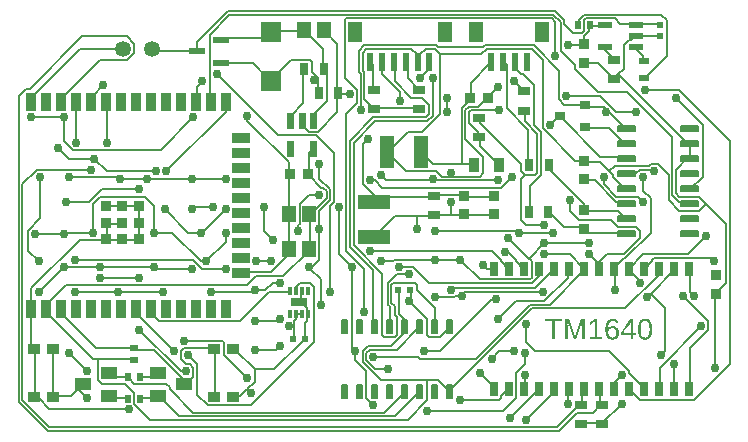
<source format=gbr>
G04 EAGLE Gerber RS-274X export*
G75*
%MOMM*%
%FSLAX34Y34*%
%LPD*%
%INTop Copper*%
%IPPOS*%
%AMOC8*
5,1,8,0,0,1.08239X$1,22.5*%
G01*
G04 Define Apertures*
%ADD10R,1.000000X0.900000*%
%ADD11R,0.560000X0.629100*%
%ADD12R,1.164600X2.715300*%
%ADD13R,0.970200X0.920900*%
%ADD14R,2.715300X1.164600*%
%ADD15R,1.164600X1.465300*%
%ADD16R,0.920900X0.970200*%
%ADD17R,0.629100X0.560000*%
%ADD18R,1.700000X1.800000*%
%ADD19R,0.911800X0.611800*%
%ADD20R,0.600000X1.550000*%
%ADD21R,1.200000X1.800000*%
%ADD22C,1.348000*%
%ADD23R,0.875700X1.210300*%
%ADD24R,0.900000X0.800000*%
%ADD25R,0.973900X0.798700*%
%ADD26R,0.798700X0.973900*%
%ADD27R,0.644000X0.535100*%
%ADD28R,0.535100X0.644000*%
%ADD29R,0.300000X0.700000*%
%ADD30R,1.380000X0.800000*%
%ADD31R,0.635000X1.270000*%
%ADD32R,1.320800X0.558800*%
%ADD33C,0.155000*%
%ADD34C,0.090000*%
%ADD35R,1.200000X0.550000*%
%ADD36C,0.147500*%
%ADD37R,1.400000X1.000000*%
%ADD38R,0.900000X1.500000*%
%ADD39R,1.500000X0.900000*%
%ADD40R,0.900000X0.900000*%
%ADD41C,0.152400*%
%ADD42C,0.756400*%
G36*
X1004265Y215655D02*
X1003899Y215664D01*
X1003543Y215690D01*
X1003200Y215734D01*
X1002868Y215797D01*
X1002547Y215876D01*
X1002238Y215974D01*
X1001941Y216089D01*
X1001655Y216222D01*
X1001381Y216373D01*
X1001119Y216541D01*
X1000868Y216727D01*
X1000629Y216931D01*
X1000401Y217153D01*
X1000185Y217392D01*
X999980Y217649D01*
X999788Y217924D01*
X999606Y218216D01*
X999437Y218524D01*
X999279Y218849D01*
X999133Y219189D01*
X998998Y219546D01*
X998875Y219920D01*
X998764Y220309D01*
X998665Y220715D01*
X998577Y221137D01*
X998501Y221576D01*
X998437Y222031D01*
X998384Y222502D01*
X998343Y222989D01*
X998314Y223493D01*
X998297Y224013D01*
X998291Y224549D01*
X998314Y225627D01*
X998342Y226140D01*
X998382Y226636D01*
X998433Y227114D01*
X998495Y227575D01*
X998569Y228018D01*
X998654Y228444D01*
X998751Y228852D01*
X998859Y229243D01*
X998978Y229617D01*
X999109Y229973D01*
X999251Y230312D01*
X999404Y230633D01*
X999569Y230937D01*
X999745Y231223D01*
X999933Y231492D01*
X1000134Y231743D01*
X1000349Y231977D01*
X1000577Y232194D01*
X1000818Y232394D01*
X1001072Y232576D01*
X1001340Y232741D01*
X1001620Y232888D01*
X1001914Y233018D01*
X1002221Y233131D01*
X1002541Y233226D01*
X1002874Y233305D01*
X1003221Y233365D01*
X1003580Y233409D01*
X1003953Y233435D01*
X1004339Y233443D01*
X1004715Y233435D01*
X1005078Y233408D01*
X1005428Y233364D01*
X1005766Y233303D01*
X1006092Y233224D01*
X1006405Y233128D01*
X1006705Y233014D01*
X1006993Y232882D01*
X1007269Y232733D01*
X1007532Y232566D01*
X1007783Y232382D01*
X1008021Y232180D01*
X1008246Y231961D01*
X1008459Y231724D01*
X1008660Y231470D01*
X1008847Y231198D01*
X1009024Y230909D01*
X1009188Y230603D01*
X1009342Y230280D01*
X1009484Y229941D01*
X1009614Y229584D01*
X1009733Y229211D01*
X1009841Y228821D01*
X1009938Y228413D01*
X1010023Y227989D01*
X1010097Y227549D01*
X1010159Y227091D01*
X1010210Y226616D01*
X1010279Y225616D01*
X1010301Y224549D01*
X1010295Y224016D01*
X1010277Y223498D01*
X1010248Y222997D01*
X1010206Y222512D01*
X1010152Y222042D01*
X1010086Y221589D01*
X1010009Y221152D01*
X1009919Y220731D01*
X1009818Y220325D01*
X1009705Y219936D01*
X1009579Y219563D01*
X1009442Y219205D01*
X1009293Y218864D01*
X1009132Y218539D01*
X1008959Y218230D01*
X1008774Y217936D01*
X1008577Y217660D01*
X1008369Y217402D01*
X1008150Y217161D01*
X1007919Y216938D01*
X1007677Y216733D01*
X1007424Y216546D01*
X1007159Y216377D01*
X1006883Y216225D01*
X1006596Y216091D01*
X1006297Y215976D01*
X1005987Y215878D01*
X1005665Y215797D01*
X1005332Y215735D01*
X1004988Y215690D01*
X1004632Y215664D01*
X1004265Y215655D01*
G37*
%LPC*%
G36*
X1004290Y217458D02*
X1004530Y217465D01*
X1004761Y217485D01*
X1004985Y217519D01*
X1005200Y217567D01*
X1005407Y217628D01*
X1005606Y217703D01*
X1005797Y217791D01*
X1005980Y217894D01*
X1006321Y218139D01*
X1006629Y218438D01*
X1006905Y218792D01*
X1007148Y219200D01*
X1007361Y219665D01*
X1007546Y220188D01*
X1007702Y220769D01*
X1007829Y221408D01*
X1007929Y222106D01*
X1007999Y222862D01*
X1008042Y223676D01*
X1008056Y224549D01*
X1008043Y225452D01*
X1008002Y226291D01*
X1007935Y227065D01*
X1007840Y227775D01*
X1007718Y228421D01*
X1007570Y229002D01*
X1007394Y229519D01*
X1007191Y229971D01*
X1006958Y230365D01*
X1006689Y230707D01*
X1006385Y230996D01*
X1006046Y231232D01*
X1005672Y231416D01*
X1005471Y231488D01*
X1005263Y231547D01*
X1005045Y231593D01*
X1004818Y231626D01*
X1004583Y231646D01*
X1004339Y231652D01*
X1004089Y231646D01*
X1003848Y231626D01*
X1003616Y231594D01*
X1003392Y231549D01*
X1003178Y231490D01*
X1002973Y231419D01*
X1002589Y231238D01*
X1002241Y231005D01*
X1001929Y230721D01*
X1001653Y230384D01*
X1001413Y229996D01*
X1001205Y229549D01*
X1001024Y229034D01*
X1000871Y228454D01*
X1000746Y227806D01*
X1000649Y227092D01*
X1000579Y226311D01*
X1000538Y225463D01*
X1000524Y224549D01*
X1000538Y223660D01*
X1000580Y222832D01*
X1000650Y222066D01*
X1000749Y221362D01*
X1000876Y220720D01*
X1001031Y220139D01*
X1001214Y219620D01*
X1001425Y219163D01*
X1001667Y218764D01*
X1001942Y218417D01*
X1002251Y218124D01*
X1002592Y217884D01*
X1002967Y217698D01*
X1003167Y217625D01*
X1003375Y217565D01*
X1003591Y217518D01*
X1003816Y217485D01*
X1004049Y217465D01*
X1004290Y217458D01*
G37*
%LPD*%
G36*
X976659Y215655D02*
X976299Y215663D01*
X975951Y215689D01*
X975612Y215731D01*
X975285Y215790D01*
X974968Y215867D01*
X974662Y215960D01*
X974367Y216070D01*
X974083Y216198D01*
X973809Y216342D01*
X973546Y216503D01*
X973294Y216681D01*
X973052Y216876D01*
X972822Y217088D01*
X972601Y217317D01*
X972392Y217563D01*
X972194Y217826D01*
X972006Y218105D01*
X971831Y218400D01*
X971668Y218710D01*
X971517Y219035D01*
X971378Y219376D01*
X971252Y219732D01*
X971137Y220104D01*
X971034Y220491D01*
X970944Y220894D01*
X970865Y221312D01*
X970799Y221745D01*
X970744Y222194D01*
X970702Y222659D01*
X970672Y223138D01*
X970654Y223634D01*
X970648Y224144D01*
X970654Y224697D01*
X970673Y225234D01*
X970704Y225755D01*
X970748Y226259D01*
X970805Y226747D01*
X970874Y227218D01*
X970955Y227674D01*
X971050Y228113D01*
X971156Y228536D01*
X971276Y228942D01*
X971407Y229332D01*
X971552Y229706D01*
X971709Y230064D01*
X971878Y230405D01*
X972060Y230730D01*
X972255Y231039D01*
X972461Y231330D01*
X972678Y231602D01*
X972905Y231856D01*
X973144Y232091D01*
X973392Y232307D01*
X973652Y232504D01*
X973922Y232683D01*
X974202Y232842D01*
X974494Y232983D01*
X974796Y233105D01*
X975108Y233209D01*
X975432Y233293D01*
X975765Y233359D01*
X976110Y233406D01*
X976465Y233434D01*
X976831Y233443D01*
X977309Y233430D01*
X977764Y233388D01*
X978197Y233320D01*
X978607Y233223D01*
X978994Y233099D01*
X979359Y232948D01*
X979701Y232769D01*
X980021Y232563D01*
X980317Y232329D01*
X980592Y232068D01*
X980843Y231779D01*
X981073Y231463D01*
X981279Y231119D01*
X981463Y230748D01*
X981624Y230349D01*
X981763Y229922D01*
X979653Y229542D01*
X979565Y229798D01*
X979466Y230037D01*
X979354Y230259D01*
X979231Y230465D01*
X979095Y230655D01*
X978947Y230828D01*
X978788Y230985D01*
X978616Y231125D01*
X978432Y231248D01*
X978236Y231355D01*
X978028Y231446D01*
X977808Y231520D01*
X977575Y231578D01*
X977331Y231619D01*
X977075Y231644D01*
X976806Y231652D01*
X976573Y231645D01*
X976347Y231625D01*
X976128Y231590D01*
X975915Y231542D01*
X975709Y231480D01*
X975509Y231405D01*
X975130Y231212D01*
X974778Y230965D01*
X974452Y230662D01*
X974153Y230304D01*
X973880Y229892D01*
X973637Y229427D01*
X973427Y228913D01*
X973249Y228350D01*
X973103Y227737D01*
X972990Y227075D01*
X972909Y226364D01*
X972860Y225604D01*
X972844Y224794D01*
X973002Y225065D01*
X973175Y225319D01*
X973364Y225557D01*
X973568Y225777D01*
X973787Y225981D01*
X974021Y226169D01*
X974271Y226339D01*
X974537Y226493D01*
X974815Y226630D01*
X975103Y226748D01*
X975400Y226849D01*
X975708Y226931D01*
X976026Y226994D01*
X976354Y227040D01*
X976692Y227067D01*
X977039Y227076D01*
X977622Y227053D01*
X978174Y226983D01*
X978695Y226866D01*
X979185Y226702D01*
X979644Y226492D01*
X980072Y226234D01*
X980470Y225930D01*
X980836Y225580D01*
X981166Y225189D01*
X981451Y224767D01*
X981692Y224312D01*
X981890Y223825D01*
X982044Y223306D01*
X982153Y222755D01*
X982219Y222171D01*
X982241Y221556D01*
X982218Y220890D01*
X982148Y220260D01*
X982032Y219666D01*
X981870Y219108D01*
X981661Y218586D01*
X981406Y218101D01*
X981105Y217651D01*
X980757Y217237D01*
X980368Y216866D01*
X979944Y216545D01*
X979485Y216273D01*
X978990Y216050D01*
X978460Y215877D01*
X978182Y215809D01*
X977895Y215754D01*
X977599Y215710D01*
X977295Y215679D01*
X976981Y215661D01*
X976659Y215655D01*
G37*
%LPC*%
G36*
X976585Y217434D02*
X976973Y217450D01*
X977340Y217501D01*
X977685Y217584D01*
X978009Y217702D01*
X978311Y217853D01*
X978591Y218037D01*
X978850Y218255D01*
X979088Y218507D01*
X979301Y218788D01*
X979485Y219094D01*
X979641Y219425D01*
X979769Y219781D01*
X979868Y220163D01*
X979939Y220569D01*
X979982Y221001D01*
X979996Y221457D01*
X979982Y221913D01*
X979939Y222342D01*
X979867Y222744D01*
X979766Y223120D01*
X979637Y223468D01*
X979478Y223790D01*
X979292Y224085D01*
X979076Y224353D01*
X978835Y224591D01*
X978571Y224798D01*
X978284Y224973D01*
X977975Y225116D01*
X977643Y225228D01*
X977289Y225307D01*
X976912Y225355D01*
X976512Y225371D01*
X976135Y225357D01*
X975776Y225315D01*
X975436Y225244D01*
X975115Y225146D01*
X974812Y225019D01*
X974528Y224864D01*
X974262Y224681D01*
X974015Y224469D01*
X973793Y224233D01*
X973599Y223976D01*
X973436Y223697D01*
X973302Y223397D01*
X973198Y223076D01*
X973124Y222734D01*
X973079Y222370D01*
X973065Y221985D01*
X973080Y221496D01*
X973126Y221030D01*
X973203Y220587D01*
X973311Y220166D01*
X973450Y219768D01*
X973620Y219393D01*
X973821Y219040D01*
X974052Y218709D01*
X974308Y218410D01*
X974581Y218151D01*
X974871Y217932D01*
X975179Y217752D01*
X975505Y217613D01*
X975847Y217513D01*
X976208Y217453D01*
X976585Y217434D01*
G37*
%LPD*%
G36*
X938612Y215900D02*
X936527Y215900D01*
X936527Y233186D01*
X939606Y233186D01*
X944206Y221200D01*
X944447Y220450D01*
X944679Y219648D01*
X944867Y218935D01*
X944979Y218452D01*
X945131Y219070D01*
X945390Y219942D01*
X945653Y220757D01*
X945814Y221200D01*
X950328Y233186D01*
X953334Y233186D01*
X953334Y215900D01*
X951224Y215900D01*
X951224Y227432D01*
X951231Y228380D01*
X951251Y229309D01*
X951286Y230220D01*
X951334Y231112D01*
X951041Y230074D01*
X950764Y229156D01*
X950502Y228357D01*
X950255Y227677D01*
X945789Y215900D01*
X944145Y215900D01*
X939618Y227677D01*
X938931Y229763D01*
X938526Y231112D01*
X938563Y229751D01*
X938612Y227432D01*
X938612Y215900D01*
G37*
G36*
X994149Y215900D02*
X992063Y215900D01*
X992063Y219814D01*
X983917Y219814D01*
X983917Y221531D01*
X991830Y233186D01*
X994149Y233186D01*
X994149Y221556D01*
X996578Y221556D01*
X996578Y219814D01*
X994149Y219814D01*
X994149Y215900D01*
G37*
%LPC*%
G36*
X992063Y221556D02*
X992063Y230695D01*
X991720Y230045D01*
X991441Y229554D01*
X991241Y229235D01*
X986812Y222709D01*
X986150Y221801D01*
X985954Y221556D01*
X992063Y221556D01*
G37*
%LPD*%
G36*
X927955Y215900D02*
X925624Y215900D01*
X925624Y231272D01*
X919686Y231272D01*
X919686Y233186D01*
X933893Y233186D01*
X933893Y231272D01*
X927955Y231272D01*
X927955Y215900D01*
G37*
G36*
X968150Y215900D02*
X957317Y215900D01*
X957317Y217777D01*
X961721Y217777D01*
X961721Y231076D01*
X957820Y228291D01*
X957820Y230376D01*
X961905Y233186D01*
X963942Y233186D01*
X963942Y217777D01*
X968150Y217777D01*
X968150Y215900D01*
G37*
D10*
X639700Y208060D03*
X655700Y208060D03*
X655700Y167060D03*
X639700Y167060D03*
D11*
X805076Y258045D03*
X795384Y258045D03*
D12*
X814854Y374550D03*
X785346Y374550D03*
D13*
X952500Y367116D03*
X952500Y351624D03*
X952500Y309754D03*
X952500Y325246D03*
D14*
X774700Y332254D03*
X774700Y302746D03*
D13*
X876300Y337121D03*
X876300Y321629D03*
X850900Y337121D03*
X850900Y321629D03*
X1064489Y270097D03*
X1064489Y254605D03*
D15*
X715146Y477714D03*
X732654Y477714D03*
X719954Y292100D03*
X702446Y292100D03*
D16*
X718946Y355600D03*
X703454Y355600D03*
D15*
X719954Y321904D03*
X702446Y321904D03*
D13*
X952500Y465646D03*
X952500Y450154D03*
D17*
X1016506Y482240D03*
X1016506Y472548D03*
D11*
X706354Y215900D03*
X716046Y215900D03*
D16*
X855854Y420652D03*
X871346Y420652D03*
D18*
X687188Y476040D03*
X687188Y435040D03*
D19*
X1003300Y452000D03*
X1003300Y437000D03*
D20*
X791740Y450790D03*
X781740Y450790D03*
X771740Y450790D03*
X801740Y450790D03*
X811740Y450790D03*
X821740Y450790D03*
D21*
X758740Y476040D03*
X834740Y476040D03*
D20*
X874000Y450790D03*
X884000Y450790D03*
X894000Y450790D03*
X904000Y450790D03*
D21*
X861000Y476040D03*
X917000Y476040D03*
D22*
X586900Y461900D03*
X561900Y461900D03*
D23*
X859277Y363387D03*
X880623Y363387D03*
D24*
X953570Y395340D03*
X953570Y414340D03*
X932570Y404840D03*
D25*
X901700Y409594D03*
X901700Y425898D03*
X825500Y321223D03*
X825500Y337527D03*
D26*
X922552Y363387D03*
X906248Y363387D03*
X922137Y323850D03*
X905833Y323850D03*
D27*
X571500Y198125D03*
X571500Y208275D03*
D25*
X950171Y160552D03*
X950171Y144248D03*
X967530Y144248D03*
X967530Y160552D03*
D26*
X744132Y424300D03*
X727828Y424300D03*
X715748Y444500D03*
X732052Y444500D03*
D28*
X947425Y481820D03*
X957575Y481820D03*
D25*
X977900Y436348D03*
X977900Y452652D03*
D28*
X576525Y184150D03*
X566375Y184150D03*
X576525Y165780D03*
X566375Y165780D03*
D25*
X863600Y387318D03*
X863600Y403622D03*
D10*
X503300Y167060D03*
X487300Y167060D03*
X487300Y208060D03*
X503300Y208060D03*
D29*
X703700Y237250D03*
X708700Y237250D03*
X713700Y237250D03*
X718700Y237250D03*
X718700Y257050D03*
X713700Y257050D03*
X708700Y257050D03*
X703700Y257050D03*
D30*
X711200Y247150D03*
D31*
X1041400Y173990D03*
X1041400Y275590D03*
X1028700Y275590D03*
X1016000Y275590D03*
X1003300Y275590D03*
X990600Y275590D03*
X977900Y275590D03*
X965200Y275590D03*
X952500Y275590D03*
X939800Y275590D03*
X927100Y275590D03*
X914400Y275590D03*
X901700Y275590D03*
X889000Y275590D03*
X876300Y275590D03*
X876300Y173990D03*
X889000Y173990D03*
X901700Y173990D03*
X914400Y173990D03*
X927100Y173990D03*
X939800Y173990D03*
X952500Y173990D03*
X965200Y173990D03*
X977900Y173990D03*
X990600Y173990D03*
X1003300Y173990D03*
X1016000Y173990D03*
X1028700Y173990D03*
D32*
X645160Y450242D03*
X645160Y469546D03*
X624840Y459894D03*
D33*
X836435Y232665D02*
X836435Y221115D01*
X836435Y232665D02*
X841085Y232665D01*
X841085Y221115D01*
X836435Y221115D01*
X836435Y222587D02*
X841085Y222587D01*
X841085Y224059D02*
X836435Y224059D01*
X836435Y225531D02*
X841085Y225531D01*
X841085Y227003D02*
X836435Y227003D01*
X836435Y228475D02*
X841085Y228475D01*
X841085Y229947D02*
X836435Y229947D01*
X836435Y231419D02*
X841085Y231419D01*
X823735Y232665D02*
X823735Y221115D01*
X823735Y232665D02*
X828385Y232665D01*
X828385Y221115D01*
X823735Y221115D01*
X823735Y222587D02*
X828385Y222587D01*
X828385Y224059D02*
X823735Y224059D01*
X823735Y225531D02*
X828385Y225531D01*
X828385Y227003D02*
X823735Y227003D01*
X823735Y228475D02*
X828385Y228475D01*
X828385Y229947D02*
X823735Y229947D01*
X823735Y231419D02*
X828385Y231419D01*
X811035Y232665D02*
X811035Y221115D01*
X811035Y232665D02*
X815685Y232665D01*
X815685Y221115D01*
X811035Y221115D01*
X811035Y222587D02*
X815685Y222587D01*
X815685Y224059D02*
X811035Y224059D01*
X811035Y225531D02*
X815685Y225531D01*
X815685Y227003D02*
X811035Y227003D01*
X811035Y228475D02*
X815685Y228475D01*
X815685Y229947D02*
X811035Y229947D01*
X811035Y231419D02*
X815685Y231419D01*
X798335Y232665D02*
X798335Y221115D01*
X798335Y232665D02*
X802985Y232665D01*
X802985Y221115D01*
X798335Y221115D01*
X798335Y222587D02*
X802985Y222587D01*
X802985Y224059D02*
X798335Y224059D01*
X798335Y225531D02*
X802985Y225531D01*
X802985Y227003D02*
X798335Y227003D01*
X798335Y228475D02*
X802985Y228475D01*
X802985Y229947D02*
X798335Y229947D01*
X798335Y231419D02*
X802985Y231419D01*
X785635Y232665D02*
X785635Y221115D01*
X785635Y232665D02*
X790285Y232665D01*
X790285Y221115D01*
X785635Y221115D01*
X785635Y222587D02*
X790285Y222587D01*
X790285Y224059D02*
X785635Y224059D01*
X785635Y225531D02*
X790285Y225531D01*
X790285Y227003D02*
X785635Y227003D01*
X785635Y228475D02*
X790285Y228475D01*
X790285Y229947D02*
X785635Y229947D01*
X785635Y231419D02*
X790285Y231419D01*
X772935Y232665D02*
X772935Y221115D01*
X772935Y232665D02*
X777585Y232665D01*
X777585Y221115D01*
X772935Y221115D01*
X772935Y222587D02*
X777585Y222587D01*
X777585Y224059D02*
X772935Y224059D01*
X772935Y225531D02*
X777585Y225531D01*
X777585Y227003D02*
X772935Y227003D01*
X772935Y228475D02*
X777585Y228475D01*
X777585Y229947D02*
X772935Y229947D01*
X772935Y231419D02*
X777585Y231419D01*
X760235Y232665D02*
X760235Y221115D01*
X760235Y232665D02*
X764885Y232665D01*
X764885Y221115D01*
X760235Y221115D01*
X760235Y222587D02*
X764885Y222587D01*
X764885Y224059D02*
X760235Y224059D01*
X760235Y225531D02*
X764885Y225531D01*
X764885Y227003D02*
X760235Y227003D01*
X760235Y228475D02*
X764885Y228475D01*
X764885Y229947D02*
X760235Y229947D01*
X760235Y231419D02*
X764885Y231419D01*
X747535Y232665D02*
X747535Y221115D01*
X747535Y232665D02*
X752185Y232665D01*
X752185Y221115D01*
X747535Y221115D01*
X747535Y222587D02*
X752185Y222587D01*
X752185Y224059D02*
X747535Y224059D01*
X747535Y225531D02*
X752185Y225531D01*
X752185Y227003D02*
X747535Y227003D01*
X747535Y228475D02*
X752185Y228475D01*
X752185Y229947D02*
X747535Y229947D01*
X747535Y231419D02*
X752185Y231419D01*
X747535Y177665D02*
X747535Y166115D01*
X747535Y177665D02*
X752185Y177665D01*
X752185Y166115D01*
X747535Y166115D01*
X747535Y167587D02*
X752185Y167587D01*
X752185Y169059D02*
X747535Y169059D01*
X747535Y170531D02*
X752185Y170531D01*
X752185Y172003D02*
X747535Y172003D01*
X747535Y173475D02*
X752185Y173475D01*
X752185Y174947D02*
X747535Y174947D01*
X747535Y176419D02*
X752185Y176419D01*
X760235Y177665D02*
X760235Y166115D01*
X760235Y177665D02*
X764885Y177665D01*
X764885Y166115D01*
X760235Y166115D01*
X760235Y167587D02*
X764885Y167587D01*
X764885Y169059D02*
X760235Y169059D01*
X760235Y170531D02*
X764885Y170531D01*
X764885Y172003D02*
X760235Y172003D01*
X760235Y173475D02*
X764885Y173475D01*
X764885Y174947D02*
X760235Y174947D01*
X760235Y176419D02*
X764885Y176419D01*
X772935Y177665D02*
X772935Y166115D01*
X772935Y177665D02*
X777585Y177665D01*
X777585Y166115D01*
X772935Y166115D01*
X772935Y167587D02*
X777585Y167587D01*
X777585Y169059D02*
X772935Y169059D01*
X772935Y170531D02*
X777585Y170531D01*
X777585Y172003D02*
X772935Y172003D01*
X772935Y173475D02*
X777585Y173475D01*
X777585Y174947D02*
X772935Y174947D01*
X772935Y176419D02*
X777585Y176419D01*
X785635Y177665D02*
X785635Y166115D01*
X785635Y177665D02*
X790285Y177665D01*
X790285Y166115D01*
X785635Y166115D01*
X785635Y167587D02*
X790285Y167587D01*
X790285Y169059D02*
X785635Y169059D01*
X785635Y170531D02*
X790285Y170531D01*
X790285Y172003D02*
X785635Y172003D01*
X785635Y173475D02*
X790285Y173475D01*
X790285Y174947D02*
X785635Y174947D01*
X785635Y176419D02*
X790285Y176419D01*
X798335Y177665D02*
X798335Y166115D01*
X798335Y177665D02*
X802985Y177665D01*
X802985Y166115D01*
X798335Y166115D01*
X798335Y167587D02*
X802985Y167587D01*
X802985Y169059D02*
X798335Y169059D01*
X798335Y170531D02*
X802985Y170531D01*
X802985Y172003D02*
X798335Y172003D01*
X798335Y173475D02*
X802985Y173475D01*
X802985Y174947D02*
X798335Y174947D01*
X798335Y176419D02*
X802985Y176419D01*
X811035Y177665D02*
X811035Y166115D01*
X811035Y177665D02*
X815685Y177665D01*
X815685Y166115D01*
X811035Y166115D01*
X811035Y167587D02*
X815685Y167587D01*
X815685Y169059D02*
X811035Y169059D01*
X811035Y170531D02*
X815685Y170531D01*
X815685Y172003D02*
X811035Y172003D01*
X811035Y173475D02*
X815685Y173475D01*
X815685Y174947D02*
X811035Y174947D01*
X811035Y176419D02*
X815685Y176419D01*
X823735Y177665D02*
X823735Y166115D01*
X823735Y177665D02*
X828385Y177665D01*
X828385Y166115D01*
X823735Y166115D01*
X823735Y167587D02*
X828385Y167587D01*
X828385Y169059D02*
X823735Y169059D01*
X823735Y170531D02*
X828385Y170531D01*
X828385Y172003D02*
X823735Y172003D01*
X823735Y173475D02*
X828385Y173475D01*
X828385Y174947D02*
X823735Y174947D01*
X823735Y176419D02*
X828385Y176419D01*
X836435Y177665D02*
X836435Y166115D01*
X836435Y177665D02*
X841085Y177665D01*
X841085Y166115D01*
X836435Y166115D01*
X836435Y167587D02*
X841085Y167587D01*
X841085Y169059D02*
X836435Y169059D01*
X836435Y170531D02*
X841085Y170531D01*
X841085Y172003D02*
X836435Y172003D01*
X836435Y173475D02*
X841085Y173475D01*
X841085Y174947D02*
X836435Y174947D01*
X836435Y176419D02*
X841085Y176419D01*
D34*
X725451Y407450D02*
X720351Y407450D01*
X725451Y407450D02*
X725451Y394850D01*
X720351Y394850D01*
X720351Y407450D01*
X720351Y395705D02*
X725451Y395705D01*
X725451Y396560D02*
X720351Y396560D01*
X720351Y397415D02*
X725451Y397415D01*
X725451Y398270D02*
X720351Y398270D01*
X720351Y399125D02*
X725451Y399125D01*
X725451Y399980D02*
X720351Y399980D01*
X720351Y400835D02*
X725451Y400835D01*
X725451Y401690D02*
X720351Y401690D01*
X720351Y402545D02*
X725451Y402545D01*
X725451Y403400D02*
X720351Y403400D01*
X720351Y404255D02*
X725451Y404255D01*
X725451Y405110D02*
X720351Y405110D01*
X720351Y405965D02*
X725451Y405965D01*
X725451Y406820D02*
X720351Y406820D01*
X715951Y407450D02*
X710851Y407450D01*
X715951Y407450D02*
X715951Y394850D01*
X710851Y394850D01*
X710851Y407450D01*
X710851Y395705D02*
X715951Y395705D01*
X715951Y396560D02*
X710851Y396560D01*
X710851Y397415D02*
X715951Y397415D01*
X715951Y398270D02*
X710851Y398270D01*
X710851Y399125D02*
X715951Y399125D01*
X715951Y399980D02*
X710851Y399980D01*
X710851Y400835D02*
X715951Y400835D01*
X715951Y401690D02*
X710851Y401690D01*
X710851Y402545D02*
X715951Y402545D01*
X715951Y403400D02*
X710851Y403400D01*
X710851Y404255D02*
X715951Y404255D01*
X715951Y405110D02*
X710851Y405110D01*
X710851Y405965D02*
X715951Y405965D01*
X715951Y406820D02*
X710851Y406820D01*
X706451Y407450D02*
X701351Y407450D01*
X706451Y407450D02*
X706451Y394850D01*
X701351Y394850D01*
X701351Y407450D01*
X701351Y395705D02*
X706451Y395705D01*
X706451Y396560D02*
X701351Y396560D01*
X701351Y397415D02*
X706451Y397415D01*
X706451Y398270D02*
X701351Y398270D01*
X701351Y399125D02*
X706451Y399125D01*
X706451Y399980D02*
X701351Y399980D01*
X701351Y400835D02*
X706451Y400835D01*
X706451Y401690D02*
X701351Y401690D01*
X701351Y402545D02*
X706451Y402545D01*
X706451Y403400D02*
X701351Y403400D01*
X701351Y404255D02*
X706451Y404255D01*
X706451Y405110D02*
X701351Y405110D01*
X701351Y405965D02*
X706451Y405965D01*
X706451Y406820D02*
X701351Y406820D01*
X701351Y383750D02*
X706451Y383750D01*
X706451Y371150D01*
X701351Y371150D01*
X701351Y383750D01*
X701351Y372005D02*
X706451Y372005D01*
X706451Y372860D02*
X701351Y372860D01*
X701351Y373715D02*
X706451Y373715D01*
X706451Y374570D02*
X701351Y374570D01*
X701351Y375425D02*
X706451Y375425D01*
X706451Y376280D02*
X701351Y376280D01*
X701351Y377135D02*
X706451Y377135D01*
X706451Y377990D02*
X701351Y377990D01*
X701351Y378845D02*
X706451Y378845D01*
X706451Y379700D02*
X701351Y379700D01*
X701351Y380555D02*
X706451Y380555D01*
X706451Y381410D02*
X701351Y381410D01*
X701351Y382265D02*
X706451Y382265D01*
X706451Y383120D02*
X701351Y383120D01*
X720351Y383750D02*
X725451Y383750D01*
X725451Y371150D01*
X720351Y371150D01*
X720351Y383750D01*
X720351Y372005D02*
X725451Y372005D01*
X725451Y372860D02*
X720351Y372860D01*
X720351Y373715D02*
X725451Y373715D01*
X725451Y374570D02*
X720351Y374570D01*
X720351Y375425D02*
X725451Y375425D01*
X725451Y376280D02*
X720351Y376280D01*
X720351Y377135D02*
X725451Y377135D01*
X725451Y377990D02*
X720351Y377990D01*
X720351Y378845D02*
X725451Y378845D01*
X725451Y379700D02*
X720351Y379700D01*
X720351Y380555D02*
X725451Y380555D01*
X725451Y381410D02*
X720351Y381410D01*
X720351Y382265D02*
X725451Y382265D01*
X725451Y383120D02*
X720351Y383120D01*
D35*
X996501Y463290D03*
X996501Y472790D03*
X996501Y482290D03*
X970499Y482290D03*
X970499Y463290D03*
D36*
X981031Y392047D02*
X995357Y392047D01*
X981031Y392047D02*
X981031Y396473D01*
X995357Y396473D01*
X995357Y392047D01*
X995357Y393448D02*
X981031Y393448D01*
X981031Y394849D02*
X995357Y394849D01*
X995357Y396250D02*
X981031Y396250D01*
X981031Y379347D02*
X995357Y379347D01*
X981031Y379347D02*
X981031Y383773D01*
X995357Y383773D01*
X995357Y379347D01*
X995357Y380748D02*
X981031Y380748D01*
X981031Y382149D02*
X995357Y382149D01*
X995357Y383550D02*
X981031Y383550D01*
X981031Y366647D02*
X995357Y366647D01*
X981031Y366647D02*
X981031Y371073D01*
X995357Y371073D01*
X995357Y366647D01*
X995357Y368048D02*
X981031Y368048D01*
X981031Y369449D02*
X995357Y369449D01*
X995357Y370850D02*
X981031Y370850D01*
X981031Y353947D02*
X995357Y353947D01*
X981031Y353947D02*
X981031Y358373D01*
X995357Y358373D01*
X995357Y353947D01*
X995357Y355348D02*
X981031Y355348D01*
X981031Y356749D02*
X995357Y356749D01*
X995357Y358150D02*
X981031Y358150D01*
X981031Y341247D02*
X995357Y341247D01*
X981031Y341247D02*
X981031Y345673D01*
X995357Y345673D01*
X995357Y341247D01*
X995357Y342648D02*
X981031Y342648D01*
X981031Y344049D02*
X995357Y344049D01*
X995357Y345450D02*
X981031Y345450D01*
X981031Y328547D02*
X995357Y328547D01*
X981031Y328547D02*
X981031Y332973D01*
X995357Y332973D01*
X995357Y328547D01*
X995357Y329948D02*
X981031Y329948D01*
X981031Y331349D02*
X995357Y331349D01*
X995357Y332750D02*
X981031Y332750D01*
X981031Y315847D02*
X995357Y315847D01*
X981031Y315847D02*
X981031Y320273D01*
X995357Y320273D01*
X995357Y315847D01*
X995357Y317248D02*
X981031Y317248D01*
X981031Y318649D02*
X995357Y318649D01*
X995357Y320050D02*
X981031Y320050D01*
X981031Y303147D02*
X995357Y303147D01*
X981031Y303147D02*
X981031Y307573D01*
X995357Y307573D01*
X995357Y303147D01*
X995357Y304548D02*
X981031Y304548D01*
X981031Y305949D02*
X995357Y305949D01*
X995357Y307350D02*
X981031Y307350D01*
X1034431Y303147D02*
X1048757Y303147D01*
X1034431Y303147D02*
X1034431Y307573D01*
X1048757Y307573D01*
X1048757Y303147D01*
X1048757Y304548D02*
X1034431Y304548D01*
X1034431Y305949D02*
X1048757Y305949D01*
X1048757Y307350D02*
X1034431Y307350D01*
X1034431Y315847D02*
X1048757Y315847D01*
X1034431Y315847D02*
X1034431Y320273D01*
X1048757Y320273D01*
X1048757Y315847D01*
X1048757Y317248D02*
X1034431Y317248D01*
X1034431Y318649D02*
X1048757Y318649D01*
X1048757Y320050D02*
X1034431Y320050D01*
X1034431Y328547D02*
X1048757Y328547D01*
X1034431Y328547D02*
X1034431Y332973D01*
X1048757Y332973D01*
X1048757Y328547D01*
X1048757Y329948D02*
X1034431Y329948D01*
X1034431Y331349D02*
X1048757Y331349D01*
X1048757Y332750D02*
X1034431Y332750D01*
X1034431Y341247D02*
X1048757Y341247D01*
X1034431Y341247D02*
X1034431Y345673D01*
X1048757Y345673D01*
X1048757Y341247D01*
X1048757Y342648D02*
X1034431Y342648D01*
X1034431Y344049D02*
X1048757Y344049D01*
X1048757Y345450D02*
X1034431Y345450D01*
X1034431Y353947D02*
X1048757Y353947D01*
X1034431Y353947D02*
X1034431Y358373D01*
X1048757Y358373D01*
X1048757Y353947D01*
X1048757Y355348D02*
X1034431Y355348D01*
X1034431Y356749D02*
X1048757Y356749D01*
X1048757Y358150D02*
X1034431Y358150D01*
X1034431Y366647D02*
X1048757Y366647D01*
X1034431Y366647D02*
X1034431Y371073D01*
X1048757Y371073D01*
X1048757Y366647D01*
X1048757Y368048D02*
X1034431Y368048D01*
X1034431Y369449D02*
X1048757Y369449D01*
X1048757Y370850D02*
X1034431Y370850D01*
X1034431Y379347D02*
X1048757Y379347D01*
X1034431Y379347D02*
X1034431Y383773D01*
X1048757Y383773D01*
X1048757Y379347D01*
X1048757Y380748D02*
X1034431Y380748D01*
X1034431Y382149D02*
X1048757Y382149D01*
X1048757Y383550D02*
X1034431Y383550D01*
X1034431Y392047D02*
X1048757Y392047D01*
X1034431Y392047D02*
X1034431Y396473D01*
X1048757Y396473D01*
X1048757Y392047D01*
X1048757Y393448D02*
X1034431Y393448D01*
X1034431Y394849D02*
X1048757Y394849D01*
X1048757Y396250D02*
X1034431Y396250D01*
D37*
X528750Y177800D03*
X550750Y187300D03*
X550750Y168300D03*
X614250Y177800D03*
X592250Y168300D03*
X592250Y187300D03*
D38*
X484560Y242016D03*
X497260Y242016D03*
X509960Y242016D03*
X522660Y242016D03*
X535360Y242016D03*
X548060Y242016D03*
X560760Y242016D03*
X573460Y242016D03*
X586160Y242016D03*
X598860Y242016D03*
X611560Y242016D03*
X624260Y242016D03*
X636960Y242016D03*
X649660Y242016D03*
D39*
X662160Y272366D03*
X662160Y285066D03*
X662160Y297766D03*
X662160Y310466D03*
X662160Y323166D03*
X662160Y335866D03*
X662160Y348566D03*
X662160Y361266D03*
X662160Y373966D03*
X662160Y386666D03*
D38*
X649660Y417016D03*
X636960Y417016D03*
X624260Y417016D03*
X611560Y417016D03*
X598860Y417016D03*
X586160Y417016D03*
X573460Y417016D03*
X560760Y417016D03*
X548060Y417016D03*
X535360Y417016D03*
X522660Y417016D03*
X509960Y417016D03*
X497260Y417016D03*
X484560Y417016D03*
D40*
X547760Y300516D03*
X547760Y314516D03*
X547760Y328516D03*
X561760Y300516D03*
X561760Y314516D03*
X561760Y328516D03*
X575760Y300516D03*
X575760Y314516D03*
X575760Y328516D03*
D25*
X812800Y410948D03*
X812800Y427252D03*
X774700Y410948D03*
X774700Y427252D03*
D41*
X806196Y248412D02*
X806196Y246888D01*
X806196Y248412D02*
X806196Y257556D01*
X806196Y246888D02*
X819912Y233172D01*
X819912Y219456D01*
X821436Y217932D01*
X830580Y217932D01*
X838200Y225552D01*
X806196Y257556D02*
X805076Y258045D01*
X838760Y226890D02*
X838200Y225552D01*
X851916Y321564D02*
X876300Y321564D01*
X851916Y321564D02*
X850900Y321629D01*
X876300Y321564D02*
X876300Y321629D01*
X850392Y321564D02*
X839724Y321564D01*
X826008Y321564D01*
X825500Y321223D01*
X850392Y321564D02*
X850900Y321629D01*
X810768Y320040D02*
X792480Y320040D01*
X810768Y320040D02*
X824484Y320040D01*
X792480Y320040D02*
X775716Y303276D01*
X824484Y320040D02*
X825500Y321223D01*
X775716Y303276D02*
X774700Y302746D01*
X804672Y248412D02*
X806196Y248412D01*
X810768Y309372D02*
X810768Y320040D01*
X484632Y417576D02*
X484632Y420624D01*
X525780Y461772D01*
X560832Y461772D01*
X484632Y417576D02*
X484560Y417016D01*
X560832Y461772D02*
X561900Y461900D01*
X702564Y355092D02*
X702564Y323088D01*
X702564Y355092D02*
X703454Y355600D01*
X702564Y323088D02*
X702446Y321904D01*
X702564Y321564D02*
X702564Y292608D01*
X702446Y292100D01*
X702564Y321564D02*
X702446Y321904D01*
X687324Y272796D02*
X662940Y272796D01*
X687324Y272796D02*
X701040Y286512D01*
X701040Y291084D01*
X662940Y272796D02*
X662160Y272366D01*
X701040Y291084D02*
X702446Y292100D01*
X743712Y425196D02*
X743712Y466344D01*
X733044Y477012D01*
X743712Y425196D02*
X744132Y424300D01*
X733044Y477012D02*
X732654Y477714D01*
X714756Y400812D02*
X714756Y396240D01*
X719328Y391668D01*
X726948Y391668D01*
X743712Y408432D01*
X743712Y423672D01*
X714756Y400812D02*
X713401Y401150D01*
X743712Y423672D02*
X744132Y424300D01*
X775716Y411480D02*
X812292Y411480D01*
X775716Y411480D02*
X774700Y410948D01*
X812292Y411480D02*
X812800Y410948D01*
X810768Y451104D02*
X810768Y457200D01*
X806196Y461772D01*
X768096Y461772D01*
X765048Y458724D01*
X765048Y443484D01*
X766572Y441960D01*
X766572Y419100D01*
X774192Y411480D01*
X810768Y451104D02*
X811740Y450790D01*
X774192Y411480D02*
X774700Y410948D01*
X862584Y413004D02*
X870204Y420624D01*
X862584Y413004D02*
X854964Y413004D01*
X851916Y409956D01*
X851916Y385572D01*
X867156Y370332D01*
X867156Y356616D01*
X864108Y353568D01*
X839724Y353568D02*
X832104Y353568D01*
X839724Y353568D02*
X864108Y353568D01*
X832104Y353568D02*
X827532Y358140D01*
X801624Y358140D01*
X786384Y373380D01*
X870204Y420624D02*
X871346Y420652D01*
X786384Y373380D02*
X785346Y374550D01*
X893064Y434340D02*
X900684Y426720D01*
X879348Y429768D02*
X871728Y422148D01*
X900684Y426720D02*
X901700Y425898D01*
X871728Y422148D02*
X871346Y420652D01*
X813816Y457200D02*
X810768Y457200D01*
X813816Y457200D02*
X818388Y461772D01*
X826008Y461772D01*
X830580Y457200D01*
X830580Y406908D01*
X815340Y391668D01*
X803148Y391668D01*
X786384Y374904D01*
X811740Y450790D02*
X810768Y457200D01*
X786384Y374904D02*
X785346Y374550D01*
X754380Y423672D02*
X745236Y423672D01*
X744132Y424300D01*
X702564Y365760D02*
X702564Y356616D01*
X702564Y365760D02*
X667512Y400812D01*
X667512Y405384D01*
X702564Y356616D02*
X703454Y355600D01*
X839724Y332232D02*
X839724Y321564D01*
X839724Y353568D02*
X839724Y356616D01*
X560832Y329184D02*
X548640Y329184D01*
X547760Y328516D01*
X560832Y329184D02*
X561760Y328516D01*
X562356Y329184D02*
X574548Y329184D01*
X575760Y328516D01*
X562356Y329184D02*
X561760Y328516D01*
X560832Y313944D02*
X548640Y313944D01*
X560832Y313944D02*
X561760Y314516D01*
X560832Y300228D02*
X548640Y300228D01*
X547760Y300516D01*
X560832Y300228D02*
X561760Y300516D01*
X562356Y300228D02*
X574548Y300228D01*
X575760Y300516D01*
X562356Y300228D02*
X561760Y300516D01*
X576072Y301752D02*
X576072Y313944D01*
X575760Y314516D01*
X576072Y301752D02*
X575760Y300516D01*
X548640Y301752D02*
X548640Y313944D01*
X547760Y314516D01*
X548640Y301752D02*
X547760Y300516D01*
X576072Y315468D02*
X576072Y327660D01*
X575760Y328516D01*
X576072Y315468D02*
X575760Y314516D01*
X487680Y207264D02*
X487680Y167640D01*
X487300Y167060D01*
X487680Y207264D02*
X487300Y208060D01*
X484632Y210312D02*
X484632Y240792D01*
X484632Y210312D02*
X486156Y208788D01*
X484632Y240792D02*
X484560Y242016D01*
X486156Y208788D02*
X487300Y208060D01*
X525780Y300228D02*
X547116Y300228D01*
X525780Y300228D02*
X484632Y259080D01*
X484632Y242316D01*
X547116Y300228D02*
X547760Y300516D01*
X484632Y242316D02*
X484560Y242016D01*
X716280Y230124D02*
X716280Y216408D01*
X716280Y230124D02*
X717804Y231648D01*
X717804Y236220D01*
X716280Y216408D02*
X716046Y215900D01*
X717804Y236220D02*
X718700Y237250D01*
X713232Y249936D02*
X713232Y256032D01*
X713232Y249936D02*
X711708Y248412D01*
X713232Y256032D02*
X713700Y257050D01*
X717804Y242316D02*
X717804Y237744D01*
X717804Y242316D02*
X711708Y248412D01*
X717804Y237744D02*
X718700Y237250D01*
X711200Y247150D02*
X711708Y248412D01*
X661416Y167640D02*
X656844Y167640D01*
X667512Y173736D02*
X673608Y179832D01*
X667512Y173736D02*
X661416Y167640D01*
X673608Y179832D02*
X673608Y190500D01*
X656844Y207264D01*
X656844Y167640D02*
X655700Y167060D01*
X656844Y207264D02*
X655700Y208060D01*
X690372Y190500D02*
X714756Y214884D01*
X690372Y190500D02*
X673608Y190500D01*
X714756Y214884D02*
X716046Y215900D01*
X996696Y472440D02*
X1014984Y472440D01*
X1016506Y472548D01*
X996696Y472440D02*
X996501Y472790D01*
X964692Y449580D02*
X952500Y449580D01*
X964692Y449580D02*
X976884Y437388D01*
X952500Y449580D02*
X952500Y450154D01*
X976884Y437388D02*
X977900Y436348D01*
X992124Y469392D02*
X995172Y472440D01*
X992124Y469392D02*
X990600Y469392D01*
X986028Y464820D01*
X986028Y445008D01*
X981456Y440436D02*
X978408Y437388D01*
X981456Y440436D02*
X986028Y445008D01*
X995172Y472440D02*
X996501Y472790D01*
X978408Y437388D02*
X977900Y436348D01*
X966216Y365760D02*
X952500Y365760D01*
X973836Y358140D02*
X976884Y355092D01*
X973836Y358140D02*
X966216Y365760D01*
X976884Y355092D02*
X976884Y353568D01*
X987552Y342900D01*
X952500Y365760D02*
X952500Y367116D01*
X987552Y342900D02*
X988194Y343460D01*
X1072896Y263652D02*
X1065276Y256032D01*
X1072896Y263652D02*
X1072896Y313944D01*
X1056132Y330708D02*
X1050036Y336804D01*
X1056132Y330708D02*
X1072896Y313944D01*
X1050036Y336804D02*
X1033272Y336804D01*
X1030224Y339852D01*
X1030224Y359664D01*
X1040892Y370332D01*
X1065276Y256032D02*
X1064489Y254605D01*
X1041594Y368860D02*
X1040892Y370332D01*
X938784Y173736D02*
X938784Y161544D01*
X1063752Y192024D02*
X1063752Y254508D01*
X939800Y173990D02*
X938784Y173736D01*
X1063752Y254508D02*
X1064489Y254605D01*
X1042416Y370332D02*
X1042416Y381000D01*
X1041594Y381560D01*
X1042416Y370332D02*
X1041594Y368860D01*
X978408Y362712D02*
X973836Y358140D01*
X978408Y362712D02*
X1007364Y362712D01*
X1008888Y364236D01*
X1014984Y364236D01*
X1024128Y355092D01*
X1024128Y333756D01*
X1033272Y324612D01*
X1050036Y324612D01*
X1056132Y330708D01*
X1040892Y381000D02*
X981456Y440436D01*
X1040892Y381000D02*
X1041594Y381560D01*
X670560Y170688D02*
X667512Y173736D01*
X490728Y166116D02*
X487680Y166116D01*
X490728Y166116D02*
X499872Y156972D01*
X566928Y156972D01*
X487680Y166116D02*
X487300Y167060D01*
X830580Y457200D02*
X865632Y457200D01*
X870204Y461772D01*
X908304Y461772D01*
X917448Y452628D01*
X917448Y394716D01*
X944880Y367284D01*
X952500Y367284D01*
X952500Y367116D01*
D42*
X804672Y248412D03*
X810768Y309372D03*
X893064Y434340D03*
X879348Y429768D03*
X754380Y423672D03*
X667512Y405384D03*
X839724Y332232D03*
X839724Y356616D03*
X938784Y161544D03*
X1063752Y192024D03*
X670560Y170688D03*
X566928Y156972D03*
D41*
X812292Y428244D02*
X803148Y437388D01*
X803148Y449580D01*
X812292Y428244D02*
X812800Y427252D01*
X803148Y449580D02*
X801740Y450790D01*
X774192Y448056D02*
X774192Y428244D01*
X774192Y448056D02*
X772668Y449580D01*
X774192Y428244D02*
X774700Y427252D01*
X772668Y449580D02*
X771740Y450790D01*
X774192Y274320D02*
X774192Y227076D01*
X774192Y274320D02*
X754380Y294132D01*
X754380Y384048D01*
X774192Y403860D01*
X818388Y403860D01*
X821436Y406908D01*
X821436Y414528D01*
X815340Y420624D01*
X806196Y420624D01*
X792480Y434340D01*
X792480Y449580D01*
X774192Y227076D02*
X775260Y226890D01*
X792480Y449580D02*
X791740Y450790D01*
X787908Y243840D02*
X787908Y227076D01*
X787908Y243840D02*
X786384Y245364D01*
X786384Y263652D01*
X794004Y271272D01*
X804672Y271272D01*
X797052Y417576D02*
X797052Y425196D01*
X781812Y440436D01*
X781812Y449580D01*
X787908Y227076D02*
X787960Y226890D01*
X781812Y449580D02*
X781740Y450790D01*
D42*
X804672Y271272D03*
X797052Y417576D03*
D41*
X795528Y257556D02*
X795528Y237744D01*
X800100Y233172D01*
X800100Y227076D01*
X795528Y257556D02*
X795384Y258045D01*
X800100Y227076D02*
X800660Y226890D01*
X1014984Y269748D02*
X1014984Y274320D01*
X1014984Y269748D02*
X987552Y242316D01*
X908304Y242316D01*
X838200Y172212D01*
X1014984Y274320D02*
X1016000Y275590D01*
X800100Y225552D02*
X800100Y220980D01*
X789432Y210312D01*
X769620Y210312D01*
X765048Y205740D01*
X765048Y196596D01*
X780288Y181356D01*
X819912Y181356D02*
X829056Y181356D01*
X819912Y181356D02*
X780288Y181356D01*
X829056Y181356D02*
X838200Y172212D01*
X800100Y225552D02*
X800660Y226890D01*
X838200Y172212D02*
X838760Y171890D01*
X719328Y356616D02*
X719328Y373380D01*
X722376Y376428D01*
X719328Y356616D02*
X718946Y355600D01*
X722376Y376428D02*
X722901Y377450D01*
X720852Y321564D02*
X720852Y292608D01*
X719954Y292100D01*
X729996Y344424D02*
X719328Y355092D01*
X729996Y344424D02*
X731520Y344424D01*
X734568Y341376D01*
X734568Y335280D01*
X720852Y321564D01*
X719328Y355092D02*
X718946Y355600D01*
X719954Y321904D02*
X720852Y321564D01*
X541020Y199644D02*
X536448Y199644D01*
X541020Y199644D02*
X571500Y199644D01*
X536448Y199644D02*
X498348Y237744D01*
X498348Y240792D01*
X571500Y199644D02*
X571500Y198125D01*
X498348Y240792D02*
X497260Y242016D01*
X697992Y269748D02*
X719328Y291084D01*
X697992Y269748D02*
X675132Y269748D01*
X667512Y262128D01*
X513588Y262128D01*
X498348Y246888D01*
X498348Y242316D01*
X719328Y291084D02*
X719954Y292100D01*
X498348Y242316D02*
X497260Y242016D01*
X819912Y181356D02*
X819912Y164592D01*
X803148Y147828D01*
X585216Y147828D01*
X571500Y161544D01*
X571500Y170688D01*
X563880Y178308D01*
X544068Y178308D01*
X541020Y181356D01*
X541020Y199644D01*
X826008Y227076D02*
X826008Y242316D01*
X810768Y257556D01*
X810768Y262128D01*
X809244Y263652D01*
X790956Y263652D01*
X789432Y262128D01*
X789432Y246888D01*
X792480Y243840D01*
X792480Y236220D01*
X794004Y234696D01*
X794004Y219456D01*
X792480Y217932D01*
X783336Y217932D01*
X781812Y219456D01*
X781812Y271272D01*
X757428Y295656D01*
X757428Y382524D01*
X775716Y400812D01*
X819912Y400812D01*
X824484Y405384D01*
X824484Y437388D01*
X545592Y431292D02*
X536448Y422148D01*
X536448Y417576D01*
X826008Y227076D02*
X826060Y226890D01*
X536448Y417576D02*
X535360Y417016D01*
D42*
X824484Y437388D03*
X545592Y431292D03*
D41*
X794004Y207264D02*
X812292Y225552D01*
X794004Y207264D02*
X771144Y207264D01*
X768096Y204216D01*
X768096Y198120D01*
X775716Y190500D01*
X786384Y190500D01*
X649224Y275844D02*
X629412Y275844D01*
X621792Y283464D01*
X521208Y283464D01*
X522732Y382524D02*
X522732Y416052D01*
X812292Y225552D02*
X813360Y226890D01*
X522732Y416052D02*
X522660Y417016D01*
D42*
X786384Y190500D03*
X649224Y275844D03*
X521208Y283464D03*
X522732Y382524D03*
D41*
X577596Y166116D02*
X589788Y166116D01*
X591312Y167640D01*
X577596Y166116D02*
X576525Y165780D01*
X591312Y167640D02*
X592250Y168300D01*
X792480Y150876D02*
X812292Y170688D01*
X792480Y150876D02*
X609600Y150876D01*
X592836Y167640D01*
X812292Y170688D02*
X813360Y171890D01*
X592836Y167640D02*
X592250Y168300D01*
X565404Y184404D02*
X553212Y184404D01*
X551688Y185928D01*
X565404Y184404D02*
X566375Y184150D01*
X551688Y185928D02*
X550750Y187300D01*
X783336Y153924D02*
X800100Y170688D01*
X783336Y153924D02*
X621792Y153924D01*
X601980Y173736D01*
X601980Y175260D01*
X598932Y178308D01*
X571500Y178308D01*
X566928Y182880D01*
X800100Y170688D02*
X800660Y171890D01*
X566928Y182880D02*
X566375Y184150D01*
X958596Y481584D02*
X969264Y481584D01*
X958596Y481584D02*
X957575Y481820D01*
X969264Y481584D02*
X970499Y482290D01*
X952500Y472440D02*
X952500Y465646D01*
X952500Y472440D02*
X957072Y477012D01*
X957072Y481584D01*
X957575Y481820D01*
X726948Y437388D02*
X726948Y435864D01*
X726948Y425196D01*
X726948Y437388D02*
X722376Y441960D01*
X722376Y451104D01*
X720852Y452628D01*
X704088Y452628D01*
X687324Y435864D01*
X726948Y425196D02*
X727828Y424300D01*
X687188Y435040D02*
X687324Y435864D01*
X672084Y449580D02*
X646176Y449580D01*
X672084Y449580D02*
X685800Y435864D01*
X646176Y449580D02*
X645160Y450242D01*
X685800Y435864D02*
X687188Y435040D01*
X821436Y445008D02*
X821436Y449580D01*
X821436Y445008D02*
X813816Y437388D01*
X726948Y435864D02*
X723900Y435864D01*
X821436Y449580D02*
X821740Y450790D01*
X938784Y464820D02*
X952500Y464820D01*
X952500Y465646D01*
D42*
X813816Y437388D03*
X723900Y435864D03*
X938784Y464820D03*
D41*
X681228Y470916D02*
X646176Y470916D01*
X681228Y470916D02*
X685800Y475488D01*
X646176Y470916D02*
X645160Y469546D01*
X685800Y475488D02*
X687188Y476040D01*
X731520Y461772D02*
X731520Y445008D01*
X731520Y461772D02*
X716280Y477012D01*
X731520Y445008D02*
X732052Y444500D01*
X716280Y477012D02*
X715146Y477714D01*
X723900Y406908D02*
X723900Y402336D01*
X723900Y406908D02*
X734568Y417576D01*
X734568Y441960D01*
X733044Y443484D01*
X723900Y402336D02*
X722901Y401150D01*
X733044Y443484D02*
X732052Y444500D01*
X714756Y477012D02*
X687324Y477012D01*
X687188Y476040D01*
X714756Y477012D02*
X715146Y477714D01*
X714756Y443484D02*
X714756Y416052D01*
X704088Y405384D01*
X704088Y402336D01*
X714756Y443484D02*
X715748Y444500D01*
X704088Y402336D02*
X703901Y401150D01*
X996696Y483108D02*
X1014984Y483108D01*
X1016506Y482240D01*
X996696Y483108D02*
X996501Y482290D01*
X707136Y231648D02*
X707136Y227076D01*
X707136Y216408D01*
X707136Y231648D02*
X708660Y233172D01*
X708660Y236220D01*
X707136Y216408D02*
X706354Y215900D01*
X708660Y236220D02*
X708700Y237250D01*
X710184Y237744D02*
X713232Y237744D01*
X713700Y237250D01*
X710184Y237744D02*
X708700Y237250D01*
X624840Y460248D02*
X589788Y460248D01*
X588264Y461772D01*
X586900Y461900D01*
X702564Y227076D02*
X707136Y227076D01*
X737616Y256032D02*
X737616Y329184D01*
X740664Y332232D01*
X740664Y373380D01*
X725424Y388620D01*
X693420Y388620D01*
X641604Y440436D01*
X982980Y483108D02*
X995172Y483108D01*
X982980Y483108D02*
X978408Y487680D01*
X954024Y487680D01*
X952500Y486156D01*
X952500Y477012D01*
X950976Y475488D01*
X943356Y475488D01*
X935736Y483108D01*
X935736Y486156D01*
X928116Y493776D01*
X650748Y493776D01*
X624840Y467868D01*
X624840Y460248D01*
X995172Y483108D02*
X996501Y482290D01*
X624840Y460248D02*
X624840Y459894D01*
D42*
X702564Y227076D03*
X737616Y256032D03*
X641604Y440436D03*
D41*
X947928Y483108D02*
X947928Y486156D01*
X952500Y490728D01*
X1018032Y490728D01*
X1022604Y486156D01*
X1022604Y455676D01*
X1004316Y437388D01*
X947425Y481820D02*
X947928Y483108D01*
X1003300Y437000D02*
X1004316Y437388D01*
X1002792Y452628D02*
X1002792Y455676D01*
X996696Y461772D01*
X1002792Y452628D02*
X1003300Y452000D01*
X996696Y461772D02*
X996501Y463290D01*
X976884Y454152D02*
X969264Y461772D01*
X976884Y454152D02*
X977900Y452652D01*
X969264Y461772D02*
X970499Y463290D01*
X702564Y256032D02*
X685800Y256032D01*
X661416Y231648D01*
X592836Y231648D01*
X586740Y237744D01*
X586740Y240792D01*
X702564Y256032D02*
X703700Y257050D01*
X586740Y240792D02*
X586160Y242016D01*
X708660Y257556D02*
X708660Y260604D01*
X711708Y263652D01*
X720852Y263652D01*
X723900Y260604D01*
X723900Y213360D01*
X670560Y160020D01*
X633984Y160020D01*
X624840Y169164D01*
X624840Y195072D01*
X617220Y202692D01*
X605028Y205740D02*
X574548Y236220D01*
X574548Y240792D01*
X708700Y257050D02*
X708660Y257556D01*
X574548Y240792D02*
X573460Y242016D01*
D42*
X617220Y202692D03*
X605028Y205740D03*
D41*
X640080Y207264D02*
X640080Y167640D01*
X639700Y167060D01*
X640080Y207264D02*
X639700Y208060D01*
X588264Y207264D02*
X571500Y207264D01*
X588264Y207264D02*
X614172Y181356D01*
X614172Y178308D01*
X571500Y207264D02*
X571500Y208275D01*
X614172Y178308D02*
X614250Y177800D01*
X510540Y237744D02*
X510540Y240792D01*
X510540Y237744D02*
X539496Y208788D01*
X571500Y208788D01*
X510540Y240792D02*
X509960Y242016D01*
X571500Y208788D02*
X571500Y208275D01*
X614172Y208788D02*
X638556Y208788D01*
X614172Y208788D02*
X611124Y205740D01*
X611124Y199644D01*
X615696Y195072D01*
X618744Y195072D01*
X621792Y192024D01*
X621792Y184404D01*
X615696Y178308D01*
X638556Y208788D02*
X639700Y208060D01*
X615696Y178308D02*
X614250Y177800D01*
X518160Y167640D02*
X504444Y167640D01*
X524256Y173736D02*
X527304Y176784D01*
X524256Y173736D02*
X518160Y167640D01*
X504444Y167640D02*
X503300Y167060D01*
X527304Y176784D02*
X528750Y177800D01*
X502920Y167640D02*
X502920Y207264D01*
X503300Y208060D01*
X502920Y167640D02*
X503300Y167060D01*
X649224Y408432D02*
X649224Y416052D01*
X649224Y408432D02*
X598932Y358140D01*
X524256Y173736D02*
X531876Y166116D01*
X649224Y416052D02*
X649660Y417016D01*
X528750Y177800D02*
X524256Y173736D01*
D42*
X598932Y358140D03*
X531876Y166116D03*
D41*
X906780Y324612D02*
X906780Y345948D01*
X915924Y355092D01*
X915924Y391668D01*
X909828Y397764D01*
X909828Y431292D01*
X900684Y440436D01*
X899160Y440436D01*
X894588Y445008D01*
X894588Y449580D01*
X906780Y324612D02*
X905833Y323850D01*
X894588Y449580D02*
X894000Y450790D01*
X905256Y393192D02*
X905256Y364236D01*
X905256Y393192D02*
X886968Y411480D01*
X886968Y448056D01*
X885444Y449580D01*
X905256Y364236D02*
X906248Y363387D01*
X885444Y449580D02*
X884000Y450790D01*
X856488Y432816D02*
X856488Y422148D01*
X856488Y432816D02*
X873252Y449580D01*
X856488Y422148D02*
X855854Y420652D01*
X873252Y449580D02*
X874000Y450790D01*
X848868Y364236D02*
X824484Y364236D01*
X848868Y364236D02*
X858012Y364236D01*
X824484Y364236D02*
X815340Y373380D01*
X858012Y364236D02*
X859277Y363387D01*
X815340Y373380D02*
X814854Y374550D01*
X854964Y417576D02*
X854964Y420624D01*
X854964Y417576D02*
X848868Y411480D01*
X848868Y364236D01*
X854964Y420624D02*
X855854Y420652D01*
X954024Y394716D02*
X973836Y394716D01*
X987552Y381000D01*
X954024Y394716D02*
X953570Y395340D01*
X987552Y381000D02*
X988194Y381560D01*
X876300Y336804D02*
X851916Y336804D01*
X850900Y337121D01*
X876300Y337121D02*
X876300Y336804D01*
X850392Y338328D02*
X826008Y338328D01*
X825500Y337527D01*
X850392Y338328D02*
X850900Y337121D01*
X824484Y336804D02*
X778764Y336804D01*
X777240Y335280D02*
X775716Y333756D01*
X777240Y335280D02*
X778764Y336804D01*
X824484Y336804D02*
X825500Y337527D01*
X775716Y333756D02*
X774700Y332254D01*
X950976Y144780D02*
X966216Y144780D01*
X950976Y144780D02*
X950171Y144248D01*
X966216Y144780D02*
X967530Y144248D01*
X969264Y413004D02*
X954024Y413004D01*
X972312Y409956D02*
X987552Y394716D01*
X972312Y409956D02*
X969264Y413004D01*
X954024Y413004D02*
X953570Y414340D01*
X987552Y394716D02*
X988194Y394260D01*
X984504Y161544D02*
X967740Y144780D01*
X970788Y408432D02*
X972312Y409956D01*
X967740Y144780D02*
X967530Y144248D01*
X777240Y335280D02*
X765048Y347472D01*
X765048Y381000D01*
X769620Y385572D01*
X763524Y409956D02*
X763524Y440436D01*
X762000Y441960D01*
X762000Y460248D01*
X766572Y464820D01*
X827532Y464820D01*
X829056Y463296D01*
X867156Y463296D01*
X868680Y464820D01*
X909828Y464820D01*
X931164Y443484D01*
X931164Y419100D01*
X935736Y414528D01*
X952500Y414528D01*
X777240Y335280D02*
X774700Y332254D01*
X952500Y414528D02*
X953570Y414340D01*
D42*
X984504Y161544D03*
X970788Y408432D03*
X769620Y385572D03*
X763524Y409956D03*
D41*
X864108Y387096D02*
X864108Y379476D01*
X879348Y364236D01*
X864108Y387096D02*
X863600Y387318D01*
X879348Y364236D02*
X880623Y363387D01*
X932688Y403860D02*
X966216Y370332D01*
X987552Y370332D01*
X932688Y403860D02*
X932570Y404840D01*
X987552Y370332D02*
X988194Y368860D01*
X862584Y388620D02*
X862584Y391668D01*
X854964Y399288D01*
X854964Y408432D01*
X856488Y409956D01*
X880872Y409956D01*
X923544Y397764D02*
X931164Y405384D01*
X863600Y387318D02*
X862584Y388620D01*
X931164Y405384D02*
X932570Y404840D01*
D42*
X880872Y409956D03*
X923544Y397764D03*
D41*
X864108Y399288D02*
X864108Y402336D01*
X864108Y399288D02*
X899160Y364236D01*
X899160Y358140D01*
X902208Y355092D01*
X911352Y355092D01*
X912876Y356616D01*
X912876Y390144D01*
X902208Y400812D01*
X902208Y408432D01*
X864108Y402336D02*
X863600Y403622D01*
X901700Y409594D02*
X902208Y408432D01*
X989076Y356616D02*
X996696Y356616D01*
X999744Y359664D01*
X1010412Y359664D01*
X1011936Y358140D01*
X918972Y312420D02*
X903732Y312420D01*
X899160Y316992D01*
X899160Y352044D01*
X902208Y355092D01*
X988194Y356160D02*
X989076Y356616D01*
D42*
X1011936Y358140D03*
X918972Y312420D03*
D41*
X952500Y350520D02*
X961644Y350520D01*
X979932Y332232D01*
X987552Y332232D01*
X952500Y350520D02*
X952500Y351624D01*
X987552Y332232D02*
X988194Y330760D01*
X981456Y324612D02*
X952500Y324612D01*
X981456Y324612D02*
X987552Y318516D01*
X952500Y324612D02*
X952500Y325246D01*
X987552Y318516D02*
X988194Y318060D01*
X923544Y359664D02*
X923544Y362712D01*
X923544Y359664D02*
X952500Y330708D01*
X952500Y325246D01*
X923544Y362712D02*
X922552Y363387D01*
X935736Y310896D02*
X952500Y310896D01*
X935736Y310896D02*
X923544Y323088D01*
X952500Y310896D02*
X952500Y309754D01*
X923544Y323088D02*
X922137Y323850D01*
X955548Y306324D02*
X987552Y306324D01*
X955548Y306324D02*
X952500Y309372D01*
X987552Y306324D02*
X988194Y305360D01*
X952500Y309372D02*
X952500Y309754D01*
X624840Y417576D02*
X624840Y429768D01*
X629412Y434340D01*
X1030224Y420624D02*
X1053084Y397764D01*
X1053084Y353568D01*
X1042416Y342900D01*
X624840Y417576D02*
X624260Y417016D01*
X1041594Y343460D02*
X1042416Y342900D01*
D42*
X629412Y434340D03*
X1030224Y420624D03*
D41*
X635508Y417576D02*
X635508Y473964D01*
X652272Y490728D01*
X926592Y490728D01*
X932688Y484632D01*
X932688Y460248D01*
X944880Y448056D01*
X944880Y445008D01*
X964692Y425196D01*
X989076Y425196D01*
X1027176Y387096D01*
X1027176Y338328D01*
X1033272Y332232D01*
X1040892Y332232D01*
X636960Y417016D02*
X635508Y417576D01*
X1040892Y332232D02*
X1041594Y330760D01*
X950976Y172212D02*
X950976Y161544D01*
X950976Y172212D02*
X952500Y173736D01*
X950976Y161544D02*
X950171Y160552D01*
X952500Y173736D02*
X952500Y173990D01*
X548640Y382524D02*
X548640Y416052D01*
X534924Y359664D02*
X489204Y359664D01*
X477012Y347472D01*
X477012Y164592D01*
X499872Y141732D01*
X929640Y141732D01*
X949452Y161544D01*
X548640Y416052D02*
X548060Y417016D01*
X949452Y161544D02*
X950171Y160552D01*
D42*
X548640Y382524D03*
X534924Y359664D03*
D41*
X978408Y179832D02*
X978408Y175260D01*
X978408Y179832D02*
X984504Y185928D01*
X978408Y175260D02*
X977900Y173990D01*
X512064Y403860D02*
X484632Y403860D01*
X836676Y408432D02*
X836676Y420624D01*
X512064Y403860D02*
X512064Y384048D01*
X519684Y376428D01*
X594360Y376428D01*
X621792Y403860D01*
X979932Y408432D02*
X996696Y408432D01*
X979932Y408432D02*
X966216Y422148D01*
X937260Y422148D01*
D42*
X984504Y185928D03*
X484632Y403860D03*
X512064Y403860D03*
X836676Y408432D03*
X836676Y420624D03*
X621792Y403860D03*
X996696Y408432D03*
X937260Y422148D03*
D41*
X537972Y368808D02*
X516636Y368808D01*
X507492Y377952D01*
X548640Y358140D02*
X589788Y358140D01*
X548640Y358140D02*
X537972Y368808D01*
X784860Y350520D02*
X824484Y350520D01*
X879348Y350520D01*
X784860Y350520D02*
X780288Y355092D01*
X990600Y173736D02*
X999744Y164592D01*
X1045464Y164592D01*
X1075944Y195072D01*
X1075944Y384048D01*
X1033272Y426720D01*
X1004316Y426720D01*
X990600Y173990D02*
X990600Y173736D01*
X824484Y350520D02*
X824484Y352044D01*
D42*
X537972Y368808D03*
X507492Y377952D03*
X589788Y358140D03*
X879348Y350520D03*
X780288Y355092D03*
X1004316Y426720D03*
X824484Y352044D03*
D41*
X582168Y352044D02*
X559308Y352044D01*
X582168Y352044D02*
X620268Y352044D01*
X557784Y353568D02*
X516636Y353568D01*
X557784Y353568D02*
X559308Y352044D01*
X620268Y352044D02*
X649224Y352044D01*
X990600Y187452D02*
X1002792Y175260D01*
X990600Y187452D02*
X990600Y188976D01*
X973836Y205740D01*
X911352Y205740D01*
X903732Y213360D01*
X903732Y228600D01*
X1002792Y175260D02*
X1003300Y173990D01*
X1002792Y332232D02*
X998220Y336804D01*
X979932Y336804D01*
X969264Y347472D01*
X969264Y353568D01*
X775716Y350520D02*
X771144Y350520D01*
X775716Y350520D02*
X781812Y344424D01*
X882396Y344424D01*
X891540Y353568D01*
D42*
X559308Y352044D03*
X582168Y352044D03*
X620268Y352044D03*
X516636Y353568D03*
X649224Y352044D03*
X903732Y228600D03*
X1002792Y332232D03*
X969264Y353568D03*
X771144Y350520D03*
X891540Y353568D03*
D41*
X557784Y256032D02*
X521208Y256032D01*
X557784Y256032D02*
X595884Y256032D01*
X617220Y306324D02*
X627888Y306324D01*
X617220Y306324D02*
X597408Y326136D01*
X629412Y306324D02*
X649224Y326136D01*
X629412Y306324D02*
X627888Y306324D01*
X1016508Y192024D02*
X1016508Y175260D01*
X1016508Y192024D02*
X1051560Y227076D01*
X1016508Y175260D02*
X1016000Y173990D01*
X926592Y306324D02*
X897636Y306324D01*
X896112Y307848D02*
X826008Y307848D01*
X896112Y307848D02*
X897636Y306324D01*
X710184Y307848D02*
X710184Y312420D01*
X711708Y313944D01*
X711708Y330708D01*
X719328Y338328D01*
X728472Y338328D01*
D42*
X557784Y256032D03*
X521208Y256032D03*
X595884Y256032D03*
X627888Y306324D03*
X597408Y326136D03*
X649224Y326136D03*
X1051560Y227076D03*
X897636Y306324D03*
X926592Y306324D03*
X826008Y307848D03*
X710184Y307848D03*
X728472Y338328D03*
D41*
X512064Y304800D02*
X487680Y304800D01*
X513588Y306324D02*
X536448Y306324D01*
X513588Y306324D02*
X512064Y304800D01*
X588264Y306324D02*
X588264Y329184D01*
X580644Y336804D01*
X542544Y336804D01*
X536448Y330708D01*
X536448Y306324D01*
X627888Y281940D02*
X632460Y281940D01*
X627888Y281940D02*
X603504Y306324D01*
X588264Y306324D01*
X649224Y306324D02*
X649224Y298704D01*
X632460Y281940D01*
X1028700Y195072D02*
X1028700Y173990D01*
X847344Y283464D02*
X826008Y283464D01*
X905256Y284988D02*
X908304Y281940D01*
X905256Y284988D02*
X888492Y301752D01*
X908304Y281940D02*
X908304Y268224D01*
X906780Y266700D01*
X864108Y266700D01*
X847344Y283464D01*
X906780Y284988D02*
X918972Y297180D01*
X906780Y284988D02*
X905256Y284988D01*
X790956Y281940D02*
X780288Y281940D01*
X790956Y281940D02*
X792480Y283464D01*
X826008Y283464D01*
X918972Y297180D02*
X957072Y297180D01*
X687324Y281940D02*
X675132Y281940D01*
D42*
X487680Y304800D03*
X512064Y304800D03*
X536448Y306324D03*
X588264Y306324D03*
X632460Y281940D03*
X649224Y306324D03*
X1028700Y195072D03*
X826008Y283464D03*
X847344Y283464D03*
X888492Y301752D03*
X918972Y297180D03*
X780288Y281940D03*
X957072Y297180D03*
X675132Y281940D03*
X687324Y281940D03*
D41*
X1042416Y208788D02*
X1042416Y175260D01*
X1042416Y208788D02*
X1057656Y224028D01*
X1057656Y231648D01*
X1036320Y252984D01*
X1042416Y175260D02*
X1041400Y173990D01*
X512064Y277368D02*
X490728Y256032D01*
X512064Y277368D02*
X542544Y277368D01*
X588264Y277368D01*
X589788Y275844D02*
X620268Y275844D01*
X589788Y275844D02*
X588264Y277368D01*
X673608Y257556D02*
X682752Y257556D01*
X688848Y263652D01*
X694944Y263652D01*
X844296Y252984D02*
X848868Y252984D01*
X844296Y252984D02*
X842772Y251460D01*
X826008Y251460D01*
X672084Y256032D02*
X637032Y256032D01*
X672084Y256032D02*
X673608Y257556D01*
X851916Y256032D02*
X917448Y256032D01*
X851916Y256032D02*
X848868Y252984D01*
D42*
X1036320Y252984D03*
X490728Y256032D03*
X512064Y277368D03*
X542544Y277368D03*
X588264Y277368D03*
X620268Y275844D03*
X673608Y257556D03*
X694944Y263652D03*
X848868Y252984D03*
X826008Y251460D03*
X637032Y256032D03*
X917448Y256032D03*
D41*
X576072Y268224D02*
X542544Y268224D01*
X533400Y332232D02*
X513588Y332232D01*
X533400Y332232D02*
X544068Y342900D01*
X576072Y342900D01*
X1042416Y274320D02*
X1042416Y256032D01*
X1045464Y252984D01*
X1042416Y274320D02*
X1041400Y275590D01*
X693420Y231648D02*
X673608Y231648D01*
X693420Y231648D02*
X694944Y233172D01*
D42*
X542544Y268224D03*
X576072Y268224D03*
X513588Y332232D03*
X576072Y342900D03*
X1045464Y252984D03*
X673608Y231648D03*
X694944Y233172D03*
D41*
X531876Y188976D02*
X516636Y204216D01*
X1005840Y251460D02*
X1008888Y254508D01*
X1028700Y274320D01*
X1028700Y275590D01*
X691896Y207264D02*
X673608Y207264D01*
X691896Y207264D02*
X694944Y210312D01*
X880872Y205740D02*
X893064Y205740D01*
X880872Y205740D02*
X874776Y199644D01*
X1008888Y254508D02*
X1021080Y242316D01*
X1021080Y205740D01*
X1018032Y202692D01*
D42*
X516636Y204216D03*
X531876Y188976D03*
X1005840Y251460D03*
X673608Y207264D03*
X694944Y210312D03*
X893064Y205740D03*
X874776Y199644D03*
X1018032Y202692D03*
D41*
X1004316Y275844D02*
X1010412Y281940D01*
X1010412Y283464D01*
X1011936Y284988D01*
X1059180Y284988D01*
X1062228Y281940D01*
X1004316Y275844D02*
X1003300Y275590D01*
D42*
X1062228Y281940D03*
D41*
X999744Y265176D02*
X990600Y274320D01*
X999744Y265176D02*
X999744Y263652D01*
X990600Y274320D02*
X990600Y275590D01*
X1040892Y288036D02*
X1056132Y303276D01*
X1040892Y288036D02*
X1002792Y288036D01*
X990600Y275844D01*
X990600Y275590D01*
D42*
X999744Y263652D03*
X1056132Y303276D03*
D41*
X978408Y274320D02*
X978408Y257556D01*
X978408Y274320D02*
X977900Y275590D01*
X1002792Y341376D02*
X1002792Y353568D01*
X1002792Y341376D02*
X1008888Y335280D01*
X1008888Y306324D01*
X987552Y284988D01*
X986028Y284988D01*
X976884Y275844D01*
X977900Y275590D01*
D42*
X978408Y257556D03*
X1002792Y353568D03*
D41*
X964692Y280416D02*
X964692Y275844D01*
X964692Y280416D02*
X957072Y288036D01*
X964692Y275844D02*
X965200Y275590D01*
X940308Y324612D02*
X940308Y333756D01*
X940308Y324612D02*
X947928Y316992D01*
X975360Y316992D01*
X981456Y310896D01*
X996696Y310896D01*
X999744Y307848D01*
X999744Y301752D01*
X986028Y288036D01*
X972312Y288036D01*
X964692Y280416D01*
X965200Y275590D01*
D42*
X957072Y288036D03*
X940308Y333756D03*
D41*
X940308Y288036D02*
X952500Y275844D01*
X940308Y288036D02*
X918972Y288036D01*
X952500Y275844D02*
X952500Y275590D01*
X928116Y455676D02*
X928116Y484632D01*
X925068Y487680D01*
X751332Y487680D01*
X749808Y486156D01*
X749808Y437388D01*
X760476Y426720D01*
X760476Y416052D01*
X751332Y406908D01*
X751332Y291084D01*
X766572Y275844D01*
X766572Y239268D01*
X774192Y201168D02*
X812292Y201168D01*
X813816Y199644D01*
X861060Y199644D01*
X906780Y245364D01*
X923544Y245364D01*
X952500Y274320D01*
X952500Y275590D01*
D42*
X918972Y288036D03*
X928116Y455676D03*
X766572Y239268D03*
X774192Y201168D03*
D41*
X938784Y268224D02*
X938784Y274320D01*
X938784Y268224D02*
X918972Y248412D01*
X894588Y248412D01*
X879348Y233172D01*
X938784Y274320D02*
X939800Y275590D01*
D42*
X879348Y233172D03*
D41*
X911352Y259080D02*
X926592Y274320D01*
X911352Y259080D02*
X841248Y259080D01*
X839724Y257556D01*
X926592Y274320D02*
X927100Y275590D01*
D42*
X839724Y257556D03*
D41*
X914400Y269748D02*
X914400Y275590D01*
X914400Y269748D02*
X908304Y263652D01*
X821436Y263652D01*
X807720Y277368D01*
X795528Y277368D01*
D42*
X795528Y277368D03*
D41*
X894588Y281940D02*
X900684Y275844D01*
X894588Y281940D02*
X894588Y283464D01*
X888492Y289560D01*
X885444Y289560D01*
X902208Y204216D02*
X902208Y195072D01*
X894588Y187452D01*
X894588Y166116D01*
X883920Y155448D01*
X819912Y155448D01*
X774192Y160020D02*
X768096Y166116D01*
X768096Y188976D01*
X758952Y198120D01*
X758952Y205740D01*
X900684Y275844D02*
X901700Y275590D01*
X755904Y277368D02*
X755904Y208788D01*
X758952Y205740D01*
X745236Y288036D02*
X745236Y327660D01*
X745236Y288036D02*
X755904Y277368D01*
D42*
X885444Y289560D03*
X902208Y204216D03*
X819912Y155448D03*
X774192Y160020D03*
X758952Y205740D03*
X755904Y277368D03*
X745236Y327660D03*
D41*
X882396Y281940D02*
X888492Y275844D01*
X882396Y281940D02*
X882396Y283464D01*
X874776Y291084D01*
X771144Y291084D01*
X888492Y275844D02*
X889000Y275590D01*
X729996Y266700D02*
X729996Y245364D01*
X729996Y266700D02*
X720852Y275844D01*
X728472Y283464D02*
X728472Y309372D01*
X728472Y283464D02*
X720852Y275844D01*
X719328Y277368D01*
X728472Y352044D02*
X728472Y364236D01*
X728472Y352044D02*
X737616Y342900D01*
X737616Y333756D01*
X728472Y324612D01*
X728472Y309372D01*
D42*
X771144Y291084D03*
X729996Y245364D03*
X719328Y277368D03*
X728472Y309372D03*
X728472Y364236D03*
D41*
X870204Y275844D02*
X876300Y275844D01*
X870204Y275844D02*
X867156Y278892D01*
X874776Y249936D02*
X877824Y249936D01*
X874776Y249936D02*
X830580Y205740D01*
X816864Y205740D01*
X876300Y275590D02*
X876300Y275844D01*
X681228Y307848D02*
X681228Y327660D01*
X681228Y307848D02*
X688848Y300228D01*
D42*
X867156Y278892D03*
X877824Y249936D03*
X816864Y205740D03*
X681228Y327660D03*
X688848Y300228D03*
D41*
X864108Y187452D02*
X876300Y175260D01*
X876300Y173990D01*
X638556Y327660D02*
X621792Y327660D01*
X620268Y326136D01*
D42*
X864108Y187452D03*
X638556Y327660D03*
X620268Y326136D03*
D41*
X882396Y167640D02*
X888492Y173736D01*
X882396Y167640D02*
X882396Y166116D01*
X880872Y164592D01*
X847344Y164592D01*
X667512Y182880D02*
X647700Y202692D01*
X647700Y213360D01*
X646176Y214884D01*
X614172Y214884D01*
X888492Y173736D02*
X889000Y173990D01*
D42*
X847344Y164592D03*
X667512Y182880D03*
X614172Y214884D03*
D41*
X902208Y185928D02*
X902208Y175260D01*
X615696Y188976D02*
X611124Y188976D01*
X576072Y224028D01*
X901700Y173990D02*
X902208Y175260D01*
D42*
X902208Y185928D03*
X615696Y188976D03*
X576072Y224028D03*
D41*
X890016Y149352D02*
X914400Y173736D01*
X914400Y173990D01*
D42*
X890016Y149352D03*
D41*
X926592Y170688D02*
X926592Y173736D01*
X926592Y170688D02*
X903732Y147828D01*
X926592Y173736D02*
X927100Y173990D01*
X492252Y318516D02*
X492252Y353568D01*
X492252Y318516D02*
X481584Y307848D01*
X481584Y291084D01*
X490728Y281940D01*
D42*
X903732Y147828D03*
X492252Y353568D03*
X490728Y281940D03*
D41*
X966216Y173736D02*
X966216Y161544D01*
X967530Y160552D01*
X966216Y173736D02*
X965200Y173990D01*
X510540Y417576D02*
X510540Y420624D01*
X542544Y452628D01*
X565404Y452628D01*
X571500Y458724D01*
X571500Y466344D01*
X565404Y472440D01*
X527304Y472440D01*
X483108Y428244D01*
X480060Y428244D01*
X473964Y422148D01*
X473964Y163068D01*
X498348Y138684D01*
X931164Y138684D01*
X946404Y153924D01*
X960120Y153924D01*
X966216Y160020D01*
X510540Y417576D02*
X509960Y417016D01*
X966216Y160020D02*
X967530Y160552D01*
X565404Y166116D02*
X553212Y166116D01*
X551688Y167640D01*
X565404Y166116D02*
X566375Y165780D01*
X551688Y167640D02*
X550750Y168300D01*
X577596Y184404D02*
X589788Y184404D01*
X591312Y185928D01*
X577596Y184404D02*
X576525Y184150D01*
X591312Y185928D02*
X592250Y187300D01*
M02*

</source>
